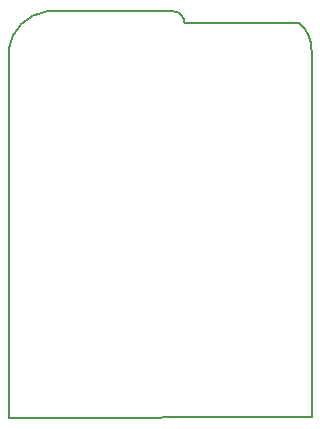
<source format=gbr>
%TF.GenerationSoftware,KiCad,Pcbnew,(5.0.0-3-g5ebb6b6)*%
%TF.CreationDate,2018-10-14T10:55:47+02:00*%
%TF.ProjectId,BricoLabs_ESP8266_LoRa_shield,427269636F4C6162735F455350383236,rev?*%
%TF.SameCoordinates,Original*%
%TF.FileFunction,Profile,NP*%
%FSLAX46Y46*%
G04 Gerber Fmt 4.6, Leading zero omitted, Abs format (unit mm)*
G04 Created by KiCad (PCBNEW (5.0.0-3-g5ebb6b6)) date Sunday, 14 de October de 2018, 10:55:47*
%MOMM*%
%LPD*%
G01*
G04 APERTURE LIST*
%ADD10C,0.150000*%
G04 APERTURE END LIST*
D10*
X140878600Y-80062000D02*
G75*
G02X141878600Y-81062000I0J-1000000D01*
G01*
X151620379Y-81068606D02*
G75*
G02X152628600Y-83312000I-1991779J-2243394D01*
G01*
X140878600Y-80062000D02*
X130225800Y-80060800D01*
X152628600Y-114452400D02*
X152628600Y-83312000D01*
X126976364Y-83308794D02*
G75*
G02X130225800Y-80060800I3779835J-532077D01*
G01*
X151628600Y-81062000D02*
X141878600Y-81062000D01*
X127027671Y-114490707D02*
X126974600Y-83312000D01*
X127027671Y-114490707D02*
X152628600Y-114452400D01*
M02*

</source>
